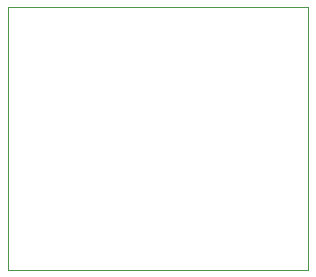
<source format=gbr>
G04 #@! TF.GenerationSoftware,KiCad,Pcbnew,(5.1.2)-2*
G04 #@! TF.CreationDate,2019-12-14T12:33:53+00:00*
G04 #@! TF.ProjectId,PlutoPTT,506c7574-6f50-4545-942e-6b696361645f,rev?*
G04 #@! TF.SameCoordinates,Original*
G04 #@! TF.FileFunction,Profile,NP*
%FSLAX46Y46*%
G04 Gerber Fmt 4.6, Leading zero omitted, Abs format (unit mm)*
G04 Created by KiCad (PCBNEW (5.1.2)-2) date 2019-12-14 12:33:53*
%MOMM*%
%LPD*%
G04 APERTURE LIST*
%ADD10C,0.100000*%
G04 APERTURE END LIST*
D10*
X82550000Y-37465000D02*
X57150000Y-37465000D01*
X82550000Y-59690000D02*
X82550000Y-37465000D01*
X57150000Y-59690000D02*
X82550000Y-59690000D01*
X57150000Y-37465000D02*
X57150000Y-59690000D01*
M02*

</source>
